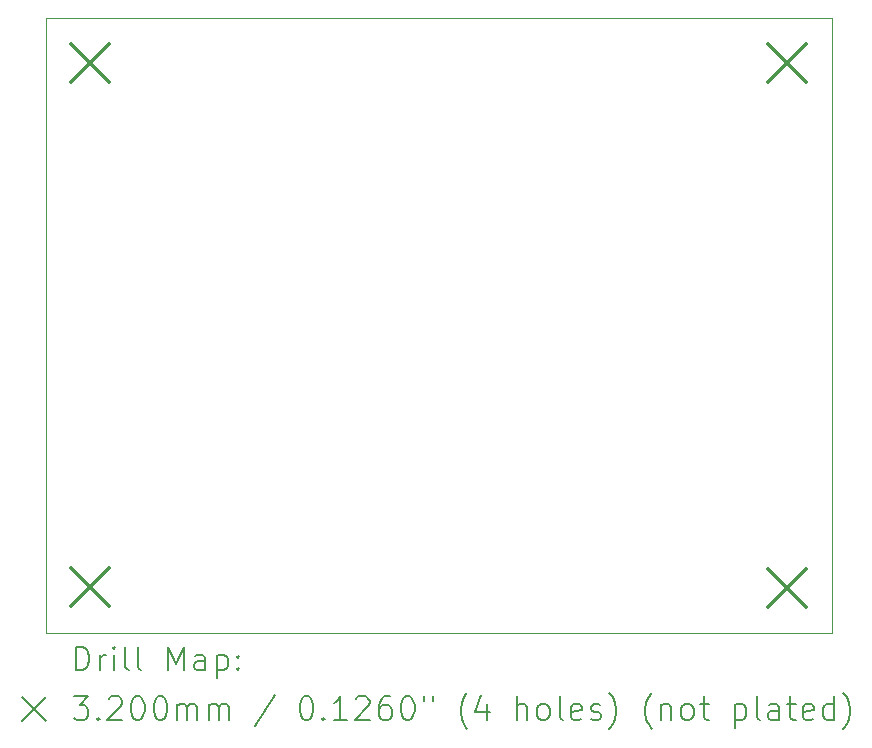
<source format=gbr>
%FSLAX45Y45*%
G04 Gerber Fmt 4.5, Leading zero omitted, Abs format (unit mm)*
G04 Created by KiCad (PCBNEW (6.0.0)) date 2022-02-13 20:03:09*
%MOMM*%
%LPD*%
G01*
G04 APERTURE LIST*
%TA.AperFunction,Profile*%
%ADD10C,0.100000*%
%TD*%
%ADD11C,0.200000*%
%ADD12C,0.320000*%
G04 APERTURE END LIST*
D10*
X2524400Y-6687000D02*
X9179200Y-6687000D01*
X9179200Y-6687000D02*
X9179200Y-1480000D01*
X9179200Y-1480000D02*
X2524400Y-1480000D01*
X2524400Y-1480000D02*
X2524400Y-6687000D01*
D11*
D12*
X2735600Y-1701000D02*
X3055600Y-2021000D01*
X3055600Y-1701000D02*
X2735600Y-2021000D01*
X2735600Y-6139200D02*
X3055600Y-6459200D01*
X3055600Y-6139200D02*
X2735600Y-6459200D01*
X8638200Y-1701000D02*
X8958200Y-2021000D01*
X8958200Y-1701000D02*
X8638200Y-2021000D01*
X8638200Y-6146000D02*
X8958200Y-6466000D01*
X8958200Y-6146000D02*
X8638200Y-6466000D01*
D11*
X2777019Y-7002476D02*
X2777019Y-6802476D01*
X2824638Y-6802476D01*
X2853209Y-6812000D01*
X2872257Y-6831048D01*
X2881781Y-6850095D01*
X2891305Y-6888190D01*
X2891305Y-6916762D01*
X2881781Y-6954857D01*
X2872257Y-6973905D01*
X2853209Y-6992952D01*
X2824638Y-7002476D01*
X2777019Y-7002476D01*
X2977019Y-7002476D02*
X2977019Y-6869143D01*
X2977019Y-6907238D02*
X2986543Y-6888190D01*
X2996067Y-6878667D01*
X3015114Y-6869143D01*
X3034162Y-6869143D01*
X3100828Y-7002476D02*
X3100828Y-6869143D01*
X3100828Y-6802476D02*
X3091305Y-6812000D01*
X3100828Y-6821524D01*
X3110352Y-6812000D01*
X3100828Y-6802476D01*
X3100828Y-6821524D01*
X3224638Y-7002476D02*
X3205590Y-6992952D01*
X3196067Y-6973905D01*
X3196067Y-6802476D01*
X3329400Y-7002476D02*
X3310352Y-6992952D01*
X3300828Y-6973905D01*
X3300828Y-6802476D01*
X3557971Y-7002476D02*
X3557971Y-6802476D01*
X3624638Y-6945333D01*
X3691305Y-6802476D01*
X3691305Y-7002476D01*
X3872257Y-7002476D02*
X3872257Y-6897714D01*
X3862733Y-6878667D01*
X3843686Y-6869143D01*
X3805590Y-6869143D01*
X3786543Y-6878667D01*
X3872257Y-6992952D02*
X3853209Y-7002476D01*
X3805590Y-7002476D01*
X3786543Y-6992952D01*
X3777019Y-6973905D01*
X3777019Y-6954857D01*
X3786543Y-6935809D01*
X3805590Y-6926286D01*
X3853209Y-6926286D01*
X3872257Y-6916762D01*
X3967495Y-6869143D02*
X3967495Y-7069143D01*
X3967495Y-6878667D02*
X3986543Y-6869143D01*
X4024638Y-6869143D01*
X4043686Y-6878667D01*
X4053209Y-6888190D01*
X4062733Y-6907238D01*
X4062733Y-6964381D01*
X4053209Y-6983428D01*
X4043686Y-6992952D01*
X4024638Y-7002476D01*
X3986543Y-7002476D01*
X3967495Y-6992952D01*
X4148448Y-6983428D02*
X4157971Y-6992952D01*
X4148448Y-7002476D01*
X4138924Y-6992952D01*
X4148448Y-6983428D01*
X4148448Y-7002476D01*
X4148448Y-6878667D02*
X4157971Y-6888190D01*
X4148448Y-6897714D01*
X4138924Y-6888190D01*
X4148448Y-6878667D01*
X4148448Y-6897714D01*
X2319400Y-7232000D02*
X2519400Y-7432000D01*
X2519400Y-7232000D02*
X2319400Y-7432000D01*
X2757971Y-7222476D02*
X2881781Y-7222476D01*
X2815114Y-7298667D01*
X2843686Y-7298667D01*
X2862733Y-7308190D01*
X2872257Y-7317714D01*
X2881781Y-7336762D01*
X2881781Y-7384381D01*
X2872257Y-7403428D01*
X2862733Y-7412952D01*
X2843686Y-7422476D01*
X2786543Y-7422476D01*
X2767495Y-7412952D01*
X2757971Y-7403428D01*
X2967495Y-7403428D02*
X2977019Y-7412952D01*
X2967495Y-7422476D01*
X2957971Y-7412952D01*
X2967495Y-7403428D01*
X2967495Y-7422476D01*
X3053209Y-7241524D02*
X3062733Y-7232000D01*
X3081781Y-7222476D01*
X3129400Y-7222476D01*
X3148448Y-7232000D01*
X3157971Y-7241524D01*
X3167495Y-7260571D01*
X3167495Y-7279619D01*
X3157971Y-7308190D01*
X3043686Y-7422476D01*
X3167495Y-7422476D01*
X3291305Y-7222476D02*
X3310352Y-7222476D01*
X3329400Y-7232000D01*
X3338924Y-7241524D01*
X3348448Y-7260571D01*
X3357971Y-7298667D01*
X3357971Y-7346286D01*
X3348448Y-7384381D01*
X3338924Y-7403428D01*
X3329400Y-7412952D01*
X3310352Y-7422476D01*
X3291305Y-7422476D01*
X3272257Y-7412952D01*
X3262733Y-7403428D01*
X3253209Y-7384381D01*
X3243686Y-7346286D01*
X3243686Y-7298667D01*
X3253209Y-7260571D01*
X3262733Y-7241524D01*
X3272257Y-7232000D01*
X3291305Y-7222476D01*
X3481781Y-7222476D02*
X3500828Y-7222476D01*
X3519876Y-7232000D01*
X3529400Y-7241524D01*
X3538924Y-7260571D01*
X3548448Y-7298667D01*
X3548448Y-7346286D01*
X3538924Y-7384381D01*
X3529400Y-7403428D01*
X3519876Y-7412952D01*
X3500828Y-7422476D01*
X3481781Y-7422476D01*
X3462733Y-7412952D01*
X3453209Y-7403428D01*
X3443686Y-7384381D01*
X3434162Y-7346286D01*
X3434162Y-7298667D01*
X3443686Y-7260571D01*
X3453209Y-7241524D01*
X3462733Y-7232000D01*
X3481781Y-7222476D01*
X3634162Y-7422476D02*
X3634162Y-7289143D01*
X3634162Y-7308190D02*
X3643686Y-7298667D01*
X3662733Y-7289143D01*
X3691305Y-7289143D01*
X3710352Y-7298667D01*
X3719876Y-7317714D01*
X3719876Y-7422476D01*
X3719876Y-7317714D02*
X3729400Y-7298667D01*
X3748448Y-7289143D01*
X3777019Y-7289143D01*
X3796067Y-7298667D01*
X3805590Y-7317714D01*
X3805590Y-7422476D01*
X3900828Y-7422476D02*
X3900828Y-7289143D01*
X3900828Y-7308190D02*
X3910352Y-7298667D01*
X3929400Y-7289143D01*
X3957971Y-7289143D01*
X3977019Y-7298667D01*
X3986543Y-7317714D01*
X3986543Y-7422476D01*
X3986543Y-7317714D02*
X3996067Y-7298667D01*
X4015114Y-7289143D01*
X4043686Y-7289143D01*
X4062733Y-7298667D01*
X4072257Y-7317714D01*
X4072257Y-7422476D01*
X4462733Y-7212952D02*
X4291305Y-7470095D01*
X4719876Y-7222476D02*
X4738924Y-7222476D01*
X4757971Y-7232000D01*
X4767495Y-7241524D01*
X4777019Y-7260571D01*
X4786543Y-7298667D01*
X4786543Y-7346286D01*
X4777019Y-7384381D01*
X4767495Y-7403428D01*
X4757971Y-7412952D01*
X4738924Y-7422476D01*
X4719876Y-7422476D01*
X4700829Y-7412952D01*
X4691305Y-7403428D01*
X4681781Y-7384381D01*
X4672257Y-7346286D01*
X4672257Y-7298667D01*
X4681781Y-7260571D01*
X4691305Y-7241524D01*
X4700829Y-7232000D01*
X4719876Y-7222476D01*
X4872257Y-7403428D02*
X4881781Y-7412952D01*
X4872257Y-7422476D01*
X4862733Y-7412952D01*
X4872257Y-7403428D01*
X4872257Y-7422476D01*
X5072257Y-7422476D02*
X4957971Y-7422476D01*
X5015114Y-7422476D02*
X5015114Y-7222476D01*
X4996067Y-7251048D01*
X4977019Y-7270095D01*
X4957971Y-7279619D01*
X5148448Y-7241524D02*
X5157971Y-7232000D01*
X5177019Y-7222476D01*
X5224638Y-7222476D01*
X5243686Y-7232000D01*
X5253210Y-7241524D01*
X5262733Y-7260571D01*
X5262733Y-7279619D01*
X5253210Y-7308190D01*
X5138924Y-7422476D01*
X5262733Y-7422476D01*
X5434162Y-7222476D02*
X5396067Y-7222476D01*
X5377019Y-7232000D01*
X5367495Y-7241524D01*
X5348448Y-7270095D01*
X5338924Y-7308190D01*
X5338924Y-7384381D01*
X5348448Y-7403428D01*
X5357971Y-7412952D01*
X5377019Y-7422476D01*
X5415114Y-7422476D01*
X5434162Y-7412952D01*
X5443686Y-7403428D01*
X5453210Y-7384381D01*
X5453210Y-7336762D01*
X5443686Y-7317714D01*
X5434162Y-7308190D01*
X5415114Y-7298667D01*
X5377019Y-7298667D01*
X5357971Y-7308190D01*
X5348448Y-7317714D01*
X5338924Y-7336762D01*
X5577019Y-7222476D02*
X5596067Y-7222476D01*
X5615114Y-7232000D01*
X5624638Y-7241524D01*
X5634162Y-7260571D01*
X5643686Y-7298667D01*
X5643686Y-7346286D01*
X5634162Y-7384381D01*
X5624638Y-7403428D01*
X5615114Y-7412952D01*
X5596067Y-7422476D01*
X5577019Y-7422476D01*
X5557971Y-7412952D01*
X5548448Y-7403428D01*
X5538924Y-7384381D01*
X5529400Y-7346286D01*
X5529400Y-7298667D01*
X5538924Y-7260571D01*
X5548448Y-7241524D01*
X5557971Y-7232000D01*
X5577019Y-7222476D01*
X5719876Y-7222476D02*
X5719876Y-7260571D01*
X5796067Y-7222476D02*
X5796067Y-7260571D01*
X6091305Y-7498667D02*
X6081781Y-7489143D01*
X6062733Y-7460571D01*
X6053209Y-7441524D01*
X6043686Y-7412952D01*
X6034162Y-7365333D01*
X6034162Y-7327238D01*
X6043686Y-7279619D01*
X6053209Y-7251048D01*
X6062733Y-7232000D01*
X6081781Y-7203428D01*
X6091305Y-7193905D01*
X6253209Y-7289143D02*
X6253209Y-7422476D01*
X6205590Y-7212952D02*
X6157971Y-7355809D01*
X6281781Y-7355809D01*
X6510352Y-7422476D02*
X6510352Y-7222476D01*
X6596067Y-7422476D02*
X6596067Y-7317714D01*
X6586543Y-7298667D01*
X6567495Y-7289143D01*
X6538924Y-7289143D01*
X6519876Y-7298667D01*
X6510352Y-7308190D01*
X6719876Y-7422476D02*
X6700828Y-7412952D01*
X6691305Y-7403428D01*
X6681781Y-7384381D01*
X6681781Y-7327238D01*
X6691305Y-7308190D01*
X6700828Y-7298667D01*
X6719876Y-7289143D01*
X6748448Y-7289143D01*
X6767495Y-7298667D01*
X6777019Y-7308190D01*
X6786543Y-7327238D01*
X6786543Y-7384381D01*
X6777019Y-7403428D01*
X6767495Y-7412952D01*
X6748448Y-7422476D01*
X6719876Y-7422476D01*
X6900828Y-7422476D02*
X6881781Y-7412952D01*
X6872257Y-7393905D01*
X6872257Y-7222476D01*
X7053209Y-7412952D02*
X7034162Y-7422476D01*
X6996067Y-7422476D01*
X6977019Y-7412952D01*
X6967495Y-7393905D01*
X6967495Y-7317714D01*
X6977019Y-7298667D01*
X6996067Y-7289143D01*
X7034162Y-7289143D01*
X7053209Y-7298667D01*
X7062733Y-7317714D01*
X7062733Y-7336762D01*
X6967495Y-7355809D01*
X7138924Y-7412952D02*
X7157971Y-7422476D01*
X7196067Y-7422476D01*
X7215114Y-7412952D01*
X7224638Y-7393905D01*
X7224638Y-7384381D01*
X7215114Y-7365333D01*
X7196067Y-7355809D01*
X7167495Y-7355809D01*
X7148448Y-7346286D01*
X7138924Y-7327238D01*
X7138924Y-7317714D01*
X7148448Y-7298667D01*
X7167495Y-7289143D01*
X7196067Y-7289143D01*
X7215114Y-7298667D01*
X7291305Y-7498667D02*
X7300828Y-7489143D01*
X7319876Y-7460571D01*
X7329400Y-7441524D01*
X7338924Y-7412952D01*
X7348448Y-7365333D01*
X7348448Y-7327238D01*
X7338924Y-7279619D01*
X7329400Y-7251048D01*
X7319876Y-7232000D01*
X7300828Y-7203428D01*
X7291305Y-7193905D01*
X7653209Y-7498667D02*
X7643686Y-7489143D01*
X7624638Y-7460571D01*
X7615114Y-7441524D01*
X7605590Y-7412952D01*
X7596067Y-7365333D01*
X7596067Y-7327238D01*
X7605590Y-7279619D01*
X7615114Y-7251048D01*
X7624638Y-7232000D01*
X7643686Y-7203428D01*
X7653209Y-7193905D01*
X7729400Y-7289143D02*
X7729400Y-7422476D01*
X7729400Y-7308190D02*
X7738924Y-7298667D01*
X7757971Y-7289143D01*
X7786543Y-7289143D01*
X7805590Y-7298667D01*
X7815114Y-7317714D01*
X7815114Y-7422476D01*
X7938924Y-7422476D02*
X7919876Y-7412952D01*
X7910352Y-7403428D01*
X7900828Y-7384381D01*
X7900828Y-7327238D01*
X7910352Y-7308190D01*
X7919876Y-7298667D01*
X7938924Y-7289143D01*
X7967495Y-7289143D01*
X7986543Y-7298667D01*
X7996067Y-7308190D01*
X8005590Y-7327238D01*
X8005590Y-7384381D01*
X7996067Y-7403428D01*
X7986543Y-7412952D01*
X7967495Y-7422476D01*
X7938924Y-7422476D01*
X8062733Y-7289143D02*
X8138924Y-7289143D01*
X8091305Y-7222476D02*
X8091305Y-7393905D01*
X8100828Y-7412952D01*
X8119876Y-7422476D01*
X8138924Y-7422476D01*
X8357971Y-7289143D02*
X8357971Y-7489143D01*
X8357971Y-7298667D02*
X8377019Y-7289143D01*
X8415114Y-7289143D01*
X8434162Y-7298667D01*
X8443686Y-7308190D01*
X8453210Y-7327238D01*
X8453210Y-7384381D01*
X8443686Y-7403428D01*
X8434162Y-7412952D01*
X8415114Y-7422476D01*
X8377019Y-7422476D01*
X8357971Y-7412952D01*
X8567495Y-7422476D02*
X8548448Y-7412952D01*
X8538924Y-7393905D01*
X8538924Y-7222476D01*
X8729400Y-7422476D02*
X8729400Y-7317714D01*
X8719876Y-7298667D01*
X8700829Y-7289143D01*
X8662733Y-7289143D01*
X8643686Y-7298667D01*
X8729400Y-7412952D02*
X8710352Y-7422476D01*
X8662733Y-7422476D01*
X8643686Y-7412952D01*
X8634162Y-7393905D01*
X8634162Y-7374857D01*
X8643686Y-7355809D01*
X8662733Y-7346286D01*
X8710352Y-7346286D01*
X8729400Y-7336762D01*
X8796067Y-7289143D02*
X8872257Y-7289143D01*
X8824638Y-7222476D02*
X8824638Y-7393905D01*
X8834162Y-7412952D01*
X8853210Y-7422476D01*
X8872257Y-7422476D01*
X9015114Y-7412952D02*
X8996067Y-7422476D01*
X8957971Y-7422476D01*
X8938924Y-7412952D01*
X8929400Y-7393905D01*
X8929400Y-7317714D01*
X8938924Y-7298667D01*
X8957971Y-7289143D01*
X8996067Y-7289143D01*
X9015114Y-7298667D01*
X9024638Y-7317714D01*
X9024638Y-7336762D01*
X8929400Y-7355809D01*
X9196067Y-7422476D02*
X9196067Y-7222476D01*
X9196067Y-7412952D02*
X9177019Y-7422476D01*
X9138924Y-7422476D01*
X9119876Y-7412952D01*
X9110352Y-7403428D01*
X9100829Y-7384381D01*
X9100829Y-7327238D01*
X9110352Y-7308190D01*
X9119876Y-7298667D01*
X9138924Y-7289143D01*
X9177019Y-7289143D01*
X9196067Y-7298667D01*
X9272257Y-7498667D02*
X9281781Y-7489143D01*
X9300829Y-7460571D01*
X9310352Y-7441524D01*
X9319876Y-7412952D01*
X9329400Y-7365333D01*
X9329400Y-7327238D01*
X9319876Y-7279619D01*
X9310352Y-7251048D01*
X9300829Y-7232000D01*
X9281781Y-7203428D01*
X9272257Y-7193905D01*
M02*

</source>
